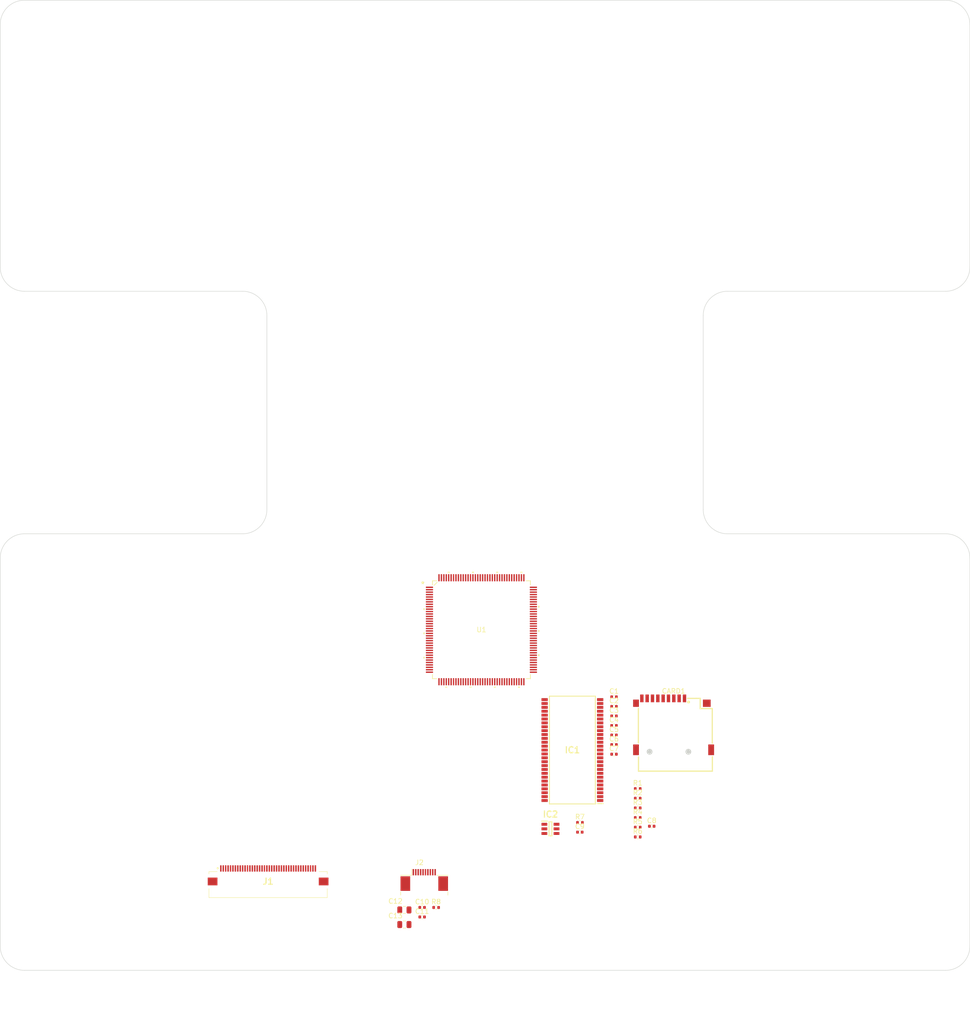
<source format=kicad_pcb>
(kicad_pcb (version 20241229) (generator "pcbnew") (generator_version "9.0")
  (layers (0 "F.Cu" signal) (2 "B.Cu" signal) (13 "F.Paste" user) (15 "B.Paste" user) (5 "F.SilkS" user "F.Silkscreen") (7 "B.SilkS" user "B.Silkscreen") (1 "F.Mask" user) (3 "B.Mask" user) (25 "Edge.Cuts" user))
  (property "BOARD_NAME" "Transmitter")
  (property "COMPANY" "TBD")
  (property "DESIGNER" "Emil Bugajski")
  (property "DOC_TYPE" "Fabrication")
  (property "PROJECT_NAME" "RC Piper")
  (property "RELEASE_DATE" "TBD")
  (property "REVIEWER" "Emil Bugajski")
  (property "REVISION" "0.1")
  (property "VARIANT" "Prototype")
  (net 0 "")
  (net 56 "GND")
  (net 57 "+3.3V")
  (net 71 "/Project Architecture/MCU - IO/FMC_D2")
  (net 72 "/Project Architecture/MCU - IO/FMC_D0")
  (net 73 "/Project Architecture/MCU - IO/FMC_SDNRAS")
  (net 74 "/Project Architecture/MCU - IO/FMC_A11")
  (net 75 "/Project Architecture/MCU - IO/FMC_D6")
  (net 76 "/Project Architecture/MCU - IO/FMC_D11")
  (net 77 "/Project Architecture/MCU - IO/FMC_A7")
  (net 78 "/Project Architecture/MCU - IO/FMC_A5")
  (net 79 "/Project Architecture/MCU - IO/FMC_SDNE0")
  (net 80 "/Project Architecture/MCU - IO/FMC_SDNWE")
  (net 81 "/Project Architecture/MCU - IO/FMC_D10")
  (net 82 "/Project Architecture/MCU - IO/FMC_A8")
  (net 83 "/Project Architecture/MCU - IO/FMC_A0")
  (net 84 "/Project Architecture/MCU - IO/FMC_D9")
  (net 85 "/Project Architecture/MCU - IO/FMC_A9")
  (net 86 "/Project Architecture/MCU - IO/FMC_D12")
  (net 87 "/Project Architecture/MCU - IO/FMC_A4")
  (net 89 "/Project Architecture/MCU - IO/FMC_D1")
  (net 90 "/Project Architecture/MCU - IO/FMC_D4")
  (net 91 "/Project Architecture/MCU - IO/FMC_D3")
  (net 92 "/Project Architecture/MCU - IO/FMC_BA1")
  (net 93 "/Project Architecture/MCU - IO/FMC_D7")
  (net 95 "/Project Architecture/MCU - IO/FMC_BA0")
  (net 96 "/Project Architecture/MCU - IO/FMC_A3")
  (net 97 "/Project Architecture/MCU - IO/FMC_NBL1")
  (net 98 "/Project Architecture/MCU - IO/FMC_SDCKE0")
  (net 99 "/Project Architecture/MCU - IO/FMC_D5")
  (net 100 "/Project Architecture/MCU - IO/FMC_D15")
  (net 101 "/Project Architecture/MCU - IO/FMC_D8")
  (net 102 "/Project Architecture/MCU - IO/FMC_A1")
  (net 103 "/Project Architecture/MCU - IO/FMC_SDNCAS")
  (net 104 "/Project Architecture/MCU - IO/FMC_A10")
  (net 105 "/Project Architecture/MCU - IO/FMC_A6")
  (net 106 "/Project Architecture/MCU - IO/FMC_A2")
  (net 107 "/Project Architecture/MCU - IO/FMC_D14")
  (net 108 "/Project Architecture/MCU - IO/FMC_D13")
  (net 109 "/Project Architecture/MCU - IO/FMC_NBL0")
  (net 110 "/Project Architecture/MCU - IO/FMC_SDCLK")
  (net 117 "/Project Architecture/LCD - Connectors/LTDC_R7")
  (net 118 "/Project Architecture/LCD - Connectors/LTDC_R6")
  (net 119 "/Project Architecture/LCD - Connectors/LTDC_G4")
  (net 120 "/Project Architecture/LCD - Connectors/LTDC_B5")
  (net 121 "/Project Architecture/LCD - Connectors/LTDC_B7")
  (net 122 "/Project Architecture/LCD - Connectors/LTDC_G6")
  (net 123 "/Project Architecture/LCD - Connectors/LTDC_R0")
  (net 124 "/Project Architecture/LCD - Connectors/LTDC_R4")
  (net 125 "/Project Architecture/LCD - Connectors/LTDC_G5")
  (net 126 "/Project Architecture/LCD - Connectors/LTDC_CLK")
  (net 127 "/Project Architecture/LCD - Connectors/LTDC_G1")
  (net 128 "/Project Architecture/LCD - Connectors/LTDC_VSYNC")
  (net 129 "/Project Architecture/LCD - Connectors/LTDC_R2")
  (net 130 "/Project Architecture/LCD - Connectors/LTDC_B0")
  (net 131 "/Project Architecture/LCD - Connectors/LTDC_G7")
  (net 132 "/Project Architecture/LCD - Connectors/LTDC_B3")
  (net 133 "/Project Architecture/LCD - Connectors/LTDC_R1")
  (net 134 "/Project Architecture/LCD - Connectors/LTDC_R3")
  (net 135 "/Project Architecture/LCD - Connectors/LTDC_B4")
  (net 136 "/Project Architecture/LCD - Connectors/LTDC_R5")
  (net 137 "/Project Architecture/LCD - Connectors/LTDC_B1")
  (net 138 "/Project Architecture/LCD - Connectors/LTDC_DE")
  (net 139 "/Project Architecture/LCD - Connectors/LTDC_G3")
  (net 140 "/Project Architecture/LCD - Connectors/LTDC_G2")
  (net 141 "/Project Architecture/LCD - Connectors/LCD_DISP")
  (net 142 "/Project Architecture/LCD - Connectors/LTDC_G0")
  (net 143 "/Project Architecture/LCD - Connectors/LTDC_B2")
  (net 144 "/Project Architecture/LCD - Connectors/LTDC_HSYNC")
  (net 145 "/Project Architecture/LCD - Connectors/LTDC_B6")
  (net 146 "Net-(U2-A0)")
  (net 147 "Net-(U2-A1)")
  (net 148 "Net-(U2-A2)")
  (net 149 "Net-(U2-WP)")
  (net 150 "/Project Architecture/Memory - EEPROM/EEPROM_SDA")
  (net 151 "/Project Architecture/LCD - Connectors/I2C3_SDA")
  (net 152 "/Project Architecture/Memory - EEPROM/EEPROM_SCL")
  (net 153 "/Project Architecture/LCD - Connectors/I2C3_SCL")
  (net 154 "/Project Architecture/MCU - IO/TIM2_CH1")
  (net 155 "/Project Architecture/MCU - IO/SDMMC2_D3")
  (net 156 "/Project Architecture/MCU - IO/USB_OTG_FS_DM")
  (net 157 "/Project Architecture/MCU - IO/SDMMC2_D1")
  (net 158 "/Project Architecture/MCU - IO/SPI5_MOSI")
  (net 159 "/Project Architecture/MCU - IO/ADC1_INP8")
  (net 160 "/Project Architecture/MCU - IO/RCC_OSC_IN")
  (net 161 "/Project Architecture/MCU - IO/ADC1_INP4")
  (net 162 "/Project Architecture/MCU - IO/ADC1_INP16")
  (net 163 "/Project Architecture/MCU - IO/SDMMC2_CK")
  (net 164 "/Project Architecture/MCU - IO/SPI5_SCK")
  (net 165 "/Project Architecture/MCU - IO/QUADSPI_CLK")
  (net 166 "/Project Architecture/MCU - IO/SDMMC2_D2")
  (net 167 "/Project Architecture/MCU - IO/QUADSPI_BK1_NCS")
  (net 168 "/Project Architecture/MCU - IO/RCC_OSC_OUT")
  (net 169 "/Project Architecture/MCU - IO/SDMMC2_D0")
  (net 170 "/Project Architecture/MCU - IO/QUADSPI_BK1_IO1")
  (net 171 "/Project Architecture/MCU - IO/DEBUG_SWCLK")
  (net 172 "/Project Architecture/MCU - IO/SPI5_MISO")
  (net 173 "/Project Architecture/MCU - IO/ADC1_INP7")
  (net 174 "/Project Architecture/MCU - IO/SDMMC2_CMD")
  (net 175 "/Project Architecture/MCU - IO/USB_OTG_FS_DP")
  (net 176 "/Project Architecture/MCU - IO/QUADSPI_BK1_IO2")
  (net 177 "/Project Architecture/MCU - IO/QUADSPI_BK1_IO0")
  (net 178 "/Project Architecture/MCU - IO/DEBUG_SWDIO")
  (net 179 "/Project Architecture/MCU - IO/TIM2_CH2")
  (net 180 "/Project Architecture/MCU - IO/QUADSPI_BK1_IO3")
  (net 181 "/Project Architecture/MCU - IO/SPI5_NSS")
  (net 182 "/Project Architecture/LCD - Backlight/LCD_BACKLIGHT_V+")
  (net 183 "/Project Architecture/LCD - Backlight/LCD_BACKLIGHT_V-")
  (net 185 "/Project Architecture/LCD - Connectors/CTP_RESET")
  (net 186 "/Project Architecture/LCD - Connectors/CTP_INTERRUPT")
  (footprint "0_integrated_circuits:LQFP-144_1_STM" (layer "F.Cu") (at 120.749999 151.2812)
    (property "Reference" "U1" (at 0 0 0) (layer "F.SilkS"))
    (property "Value" "STM32H743ZIT6TR")
    (fp_text user "*" (at -12.0904 -9.381 0) (layer "F.SilkS"))
    (fp_text user "*" (at -12.0904 -9.381 0) (layer "F.SilkS"))
    (pad "1" smd rect (at -10.7188 -8.75 90) (size 0.2794 1.4732) (layers "F.Cu" "F.Mask" "F.Paste") (net 176 "/Project Architecture/MCU - IO/QUADSPI_BK1_IO2"))
    (pad "2" smd rect (at -10.7188 -8.250001 90) (size 0.2794 1.4732) (layers "F.Cu" "F.Mask" "F.Paste"))
    (pad "3" smd rect (at -10.7188 -7.75 90) (size 0.2794 1.4732) (layers "F.Cu" "F.Mask" "F.Paste") (net 130 "/Project Architecture/LCD - Connectors/LTDC_B0"))
    (pad "4" smd rect (at -10.7188 -7.250001 90) (size 0.2794 1.4732) (layers "F.Cu" "F.Mask" "F.Paste") (net 142 "/Project Architecture/LCD - Connectors/LTDC_G0"))
    (pad "5" smd rect (at -10.7188 -6.749999 90) (size 0.2794 1.4732) (layers "F.Cu" "F.Mask" "F.Paste") (net 127 "/Project Architecture/LCD - Connectors/LTDC_G1"))
    (pad "6" smd rect (at -10.7188 -6.25 90) (size 0.2794 1.4732) (layers "F.Cu" "F.Mask" "F.Paste"))
    (pad "7" smd rect (at -10.7188 -5.750001 90) (size 0.2794 1.4732) (layers "F.Cu" "F.Mask" "F.Paste"))
    (pad "8" smd rect (at -10.7188 -5.25 90) (size 0.2794 1.4732) (layers "F.Cu" "F.Mask" "F.Paste"))
    (pad "9" smd rect (at -10.7188 -4.750001 90) (size 0.2794 1.4732) (layers "F.Cu" "F.Mask" "F.Paste"))
    (pad "10" smd rect (at -10.7188 -4.249999 90) (size 0.2794 1.4732) (layers "F.Cu" "F.Mask" "F.Paste") (net 83 "/Project Architecture/MCU - IO/FMC_A0"))
    (pad "11" smd rect (at -10.7188 -3.75 90) (size 0.2794 1.4732) (layers "F.Cu" "F.Mask" "F.Paste") (net 102 "/Project Architecture/MCU - IO/FMC_A1"))
    (pad "12" smd rect (at -10.7188 -3.250001 90) (size 0.2794 1.4732) (layers "F.Cu" "F.Mask" "F.Paste") (net 106 "/Project Architecture/MCU - IO/FMC_A2"))
    (pad "13" smd rect (at -10.7188 -2.75 90) (size 0.2794 1.4732) (layers "F.Cu" "F.Mask" "F.Paste") (net 96 "/Project Architecture/MCU - IO/FMC_A3"))
    (pad "14" smd rect (at -10.7188 -2.250001 90) (size 0.2794 1.4732) (layers "F.Cu" "F.Mask" "F.Paste") (net 87 "/Project Architecture/MCU - IO/FMC_A4"))
    (pad "15" smd rect (at -10.7188 -1.749999 90) (size 0.2794 1.4732) (layers "F.Cu" "F.Mask" "F.Paste") (net 78 "/Project Architecture/MCU - IO/FMC_A5"))
    (pad "16" smd rect (at -10.7188 -1.25 90) (size 0.2794 1.4732) (layers "F.Cu" "F.Mask" "F.Paste"))
    (pad "17" smd rect (at -10.7188 -0.750001 90) (size 0.2794 1.4732) (layers "F.Cu" "F.Mask" "F.Paste"))
    (pad "18" smd rect (at -10.7188 -0.25 90) (size 0.2794 1.4732) (layers "F.Cu" "F.Mask" "F.Paste") (net 181 "/Project Architecture/MCU - IO/SPI5_NSS"))
    (pad "19" smd rect (at -10.7188 0.25 90) (size 0.2794 1.4732) (layers "F.Cu" "F.Mask" "F.Paste") (net 164 "/Project Architecture/MCU - IO/SPI5_SCK"))
    (pad "20" smd rect (at -10.7188 0.749998 90) (size 0.2794 1.4732) (layers "F.Cu" "F.Mask" "F.Paste") (net 172 "/Project Architecture/MCU - IO/SPI5_MISO"))
    (pad "21" smd rect (at -10.7188 1.25 90) (size 0.2794 1.4732) (layers "F.Cu" "F.Mask" "F.Paste") (net 158 "/Project Architecture/MCU - IO/SPI5_MOSI"))
    (pad "22" smd rect (at -10.7188 1.749999 90) (size 0.2794 1.4732) (layers "F.Cu" "F.Mask" "F.Paste") (net 138 "/Project Architecture/LCD - Connectors/LTDC_DE"))
    (pad "23" smd rect (at -10.7188 2.250001 90) (size 0.2794 1.4732) (layers "F.Cu" "F.Mask" "F.Paste") (net 160 "/Project Architecture/MCU - IO/RCC_OSC_IN"))
    (pad "24" smd rect (at -10.7188 2.75 90) (size 0.2794 1.4732) (layers "F.Cu" "F.Mask" "F.Paste") (net 168 "/Project Architecture/MCU - IO/RCC_OSC_OUT"))
    (pad "25" smd rect (at -10.7188 3.249999 90) (size 0.2794 1.4732) (layers "F.Cu" "F.Mask" "F.Paste"))
    (pad "26" smd rect (at -10.7188 3.75 90) (size 0.2794 1.4732) (layers "F.Cu" "F.Mask" "F.Paste") (net 80 "/Project Architecture/MCU - IO/FMC_SDNWE"))
    (pad "27" smd rect (at -10.7188 4.249999 90) (size 0.2794 1.4732) (layers "F.Cu" "F.Mask" "F.Paste") (net 163 "/Project Architecture/MCU - IO/SDMMC2_CK"))
    (pad "28" smd rect (at -10.7188 4.750001 90) (size 0.2794 1.4732) (layers "F.Cu" "F.Mask" "F.Paste") (net 79 "/Project Architecture/MCU - IO/FMC_SDNE0"))
    (pad "29" smd rect (at -10.7188 5.25 90) (size 0.2794 1.4732) (layers "F.Cu" "F.Mask" "F.Paste") (net 98 "/Project Architecture/MCU - IO/FMC_SDCKE0"))
    (pad "30" smd rect (at -10.7188 5.749999 90) (size 0.2794 1.4732) (layers "F.Cu" "F.Mask" "F.Paste"))
    (pad "31" smd rect (at -10.7188 6.25 90) (size 0.2794 1.4732) (layers "F.Cu" "F.Mask" "F.Paste"))
    (pad "32" smd rect (at -10.7188 6.749999 90) (size 0.2794 1.4732) (layers "F.Cu" "F.Mask" "F.Paste"))
    (pad "33" smd rect (at -10.7188 7.250001 90) (size 0.2794 1.4732) (layers "F.Cu" "F.Mask" "F.Paste"))
    (pad "34" smd rect (at -10.7188 7.75 90) (size 0.2794 1.4732) (layers "F.Cu" "F.Mask" "F.Paste") (net 162 "/Project Architecture/MCU - IO/ADC1_INP16"))
    (pad "35" smd rect (at -10.7188 8.249999 90) (size 0.2794 1.4732) (layers "F.Cu" "F.Mask" "F.Paste") (net 179 "/Project Architecture/MCU - IO/TIM2_CH2"))
    (pad "36" smd rect (at -10.7188 8.75 90) (size 0.2794 1.4732) (layers "F.Cu" "F.Mask" "F.Paste") (net 133 "/Project Architecture/LCD - Connectors/LTDC_R1"))
    (pad "37" smd rect (at -8.75 10.7188) (size 0.2794 1.4732) (layers "F.Cu" "F.Mask" "F.Paste") (net 120 "/Project Architecture/LCD - Connectors/LTDC_B5"))
    (pad "38" smd rect (at -8.250001 10.7188) (size 0.2794 1.4732) (layers "F.Cu" "F.Mask" "F.Paste"))
    (pad "39" smd rect (at -7.75 10.7188) (size 0.2794 1.4732) (layers "F.Cu" "F.Mask" "F.Paste"))
    (pad "40" smd rect (at -7.250001 10.7188) (size 0.2794 1.4732) (layers "F.Cu" "F.Mask" "F.Paste") (net 128 "/Project Architecture/LCD - Connectors/LTDC_VSYNC"))
    (pad "41" smd rect (at -6.749999 10.7188) (size 0.2794 1.4732) (layers "F.Cu" "F.Mask" "F.Paste") (net 124 "/Project Architecture/LCD - Connectors/LTDC_R4"))
    (pad "42" smd rect (at -6.25 10.7188) (size 0.2794 1.4732) (layers "F.Cu" "F.Mask" "F.Paste") (net 140 "/Project Architecture/LCD - Connectors/LTDC_G2"))
    (pad "43" smd rect (at -5.750001 10.7188) (size 0.2794 1.4732) (layers "F.Cu" "F.Mask" "F.Paste") (net 173 "/Project Architecture/MCU - IO/ADC1_INP7"))
    (pad "44" smd rect (at -5.25 10.7188) (size 0.2794 1.4732) (layers "F.Cu" "F.Mask" "F.Paste") (net 161 "/Project Architecture/MCU - IO/ADC1_INP4"))
    (pad "45" smd rect (at -4.750001 10.7188) (size 0.2794 1.4732) (layers "F.Cu" "F.Mask" "F.Paste") (net 159 "/Project Architecture/MCU - IO/ADC1_INP8"))
    (pad "46" smd rect (at -4.249999 10.7188) (size 0.2794 1.4732) (layers "F.Cu" "F.Mask" "F.Paste") (net 134 "/Project Architecture/LCD - Connectors/LTDC_R3"))
    (pad "47" smd rect (at -3.75 10.7188) (size 0.2794 1.4732) (layers "F.Cu" "F.Mask" "F.Paste") (net 118 "/Project Architecture/LCD - Connectors/LTDC_R6"))
    (pad "48" smd rect (at -3.250001 10.7188) (size 0.2794 1.4732) (layers "F.Cu" "F.Mask" "F.Paste") (net 165 "/Project Architecture/MCU - IO/QUADSPI_CLK"))
    (pad "49" smd rect (at -2.75 10.7188) (size 0.2794 1.4732) (layers "F.Cu" "F.Mask" "F.Paste") (net 73 "/Project Architecture/MCU - IO/FMC_SDNRAS"))
    (pad "50" smd rect (at -2.250001 10.7188) (size 0.2794 1.4732) (layers "F.Cu" "F.Mask" "F.Paste") (net 105 "/Project Architecture/MCU - IO/FMC_A6"))
    (pad "51" smd rect (at -1.749999 10.7188) (size 0.2794 1.4732) (layers "F.Cu" "F.Mask" "F.Paste"))
    (pad "52" smd rect (at -1.25 10.7188) (size 0.2794 1.4732) (layers "F.Cu" "F.Mask" "F.Paste"))
    (pad "53" smd rect (at -0.750001 10.7188) (size 0.2794 1.4732) (layers "F.Cu" "F.Mask" "F.Paste") (net 77 "/Project Architecture/MCU - IO/FMC_A7"))
    (pad "54" smd rect (at -0.25 10.7188) (size 0.2794 1.4732) (layers "F.Cu" "F.Mask" "F.Paste") (net 82 "/Project Architecture/MCU - IO/FMC_A8"))
    (pad "55" smd rect (at 0.25 10.7188) (size 0.2794 1.4732) (layers "F.Cu" "F.Mask" "F.Paste") (net 85 "/Project Architecture/MCU - IO/FMC_A9"))
    (pad "56" smd rect (at 0.750001 10.7188) (size 0.2794 1.4732) (layers "F.Cu" "F.Mask" "F.Paste") (net 104 "/Project Architecture/MCU - IO/FMC_A10"))
    (pad "57" smd rect (at 1.25 10.7188) (size 0.2794 1.4732) (layers "F.Cu" "F.Mask" "F.Paste") (net 74 "/Project Architecture/MCU - IO/FMC_A11"))
    (pad "58" smd rect (at 1.749999 10.7188) (size 0.2794 1.4732) (layers "F.Cu" "F.Mask" "F.Paste") (net 90 "/Project Architecture/MCU - IO/FMC_D4"))
    (pad "59" smd rect (at 2.250001 10.7188) (size 0.2794 1.4732) (layers "F.Cu" "F.Mask" "F.Paste") (net 99 "/Project Architecture/MCU - IO/FMC_D5"))
    (pad "60" smd rect (at 2.75 10.7188) (size 0.2794 1.4732) (layers "F.Cu" "F.Mask" "F.Paste") (net 75 "/Project Architecture/MCU - IO/FMC_D6"))
    (pad "61" smd rect (at 3.250001 10.7188) (size 0.2794 1.4732) (layers "F.Cu" "F.Mask" "F.Paste"))
    (pad "62" smd rect (at 3.75 10.7188) (size 0.2794 1.4732) (layers "F.Cu" "F.Mask" "F.Paste"))
    (pad "63" smd rect (at 4.249999 10.7188) (size 0.2794 1.4732) (layers "F.Cu" "F.Mask" "F.Paste") (net 93 "/Project Architecture/MCU - IO/FMC_D7"))
    (pad "64" smd rect (at 4.750001 10.7188) (size 0.2794 1.4732) (layers "F.Cu" "F.Mask" "F.Paste") (net 101 "/Project Architecture/MCU - IO/FMC_D8"))
    (pad "65" smd rect (at 5.25 10.7188) (size 0.2794 1.4732) (layers "F.Cu" "F.Mask" "F.Paste") (net 84 "/Project Architecture/MCU - IO/FMC_D9"))
    (pad "66" smd rect (at 5.750001 10.7188) (size 0.2794 1.4732) (layers "F.Cu" "F.Mask" "F.Paste") (net 81 "/Project Architecture/MCU - IO/FMC_D10"))
    (pad "67" smd rect (at 6.25 10.7188) (size 0.2794 1.4732) (layers "F.Cu" "F.Mask" "F.Paste") (net 76 "/Project Architecture/MCU - IO/FMC_D11"))
    (pad "68" smd rect (at 6.749999 10.7188) (size 0.2794 1.4732) (layers "F.Cu" "F.Mask" "F.Paste") (net 86 "/Project Architecture/MCU - IO/FMC_D12"))
    (pad "69" smd rect (at 7.250001 10.7188) (size 0.2794 1.4732) (layers "F.Cu" "F.Mask" "F.Paste") (net 119 "/Project Architecture/LCD - Connectors/LTDC_G4"))
    (pad "70" smd rect (at 7.75 10.7188) (size 0.2794 1.4732) (layers "F.Cu" "F.Mask" "F.Paste") (net 125 "/Project Architecture/LCD - Connectors/LTDC_G5"))
    (pad "71" smd rect (at 8.250001 10.7188) (size 0.2794 1.4732) (layers "F.Cu" "F.Mask" "F.Paste"))
    (pad "72" smd rect (at 8.75 10.7188) (size 0.2794 1.4732) (layers "F.Cu" "F.Mask" "F.Paste"))
    (pad "73" smd rect (at 10.7188 8.75 90) (size 0.2794 1.4732) (layers "F.Cu" "F.Mask" "F.Paste"))
    (pad "74" smd rect (at 10.7188 8.250001 90) (size 0.2794 1.4732) (layers "F.Cu" "F.Mask" "F.Paste"))
    (pad "75" smd rect (at 10.7188 7.75 90) (size 0.2794 1.4732) (layers "F.Cu" "F.Mask" "F.Paste") (net 169 "/Project Architecture/MCU - IO/SDMMC2_D0"))
    (pad "76" smd rect (at 10.7188 7.250001 90) (size 0.2794 1.4732) (layers "F.Cu" "F.Mask" "F.Paste") (net 157 "/Project Architecture/MCU - IO/SDMMC2_D1"))
    (pad "77" smd rect (at 10.7188 6.749999 90) (size 0.2794 1.4732) (layers "F.Cu" "F.Mask" "F.Paste") (net 108 "/Project Architecture/MCU - IO/FMC_D13"))
    (pad "78" smd rect (at 10.7188 6.25 90) (size 0.2794 1.4732) (layers "F.Cu" "F.Mask" "F.Paste") (net 107 "/Project Architecture/MCU - IO/FMC_D14"))
    (pad "79" smd rect (at 10.7188 5.750001 90) (size 0.2794 1.4732) (layers "F.Cu" "F.Mask" "F.Paste") (net 100 "/Project Architecture/MCU - IO/FMC_D15"))
    (pad "80" smd rect (at 10.7188 5.25 90) (size 0.2794 1.4732) (layers "F.Cu" "F.Mask" "F.Paste") (net 177 "/Project Architecture/MCU - IO/QUADSPI_BK1_IO0"))
    (pad "81" smd rect (at 10.7188 4.750001 90) (size 0.2794 1.4732) (layers "F.Cu" "F.Mask" "F.Paste") (net 170 "/Project Architecture/MCU - IO/QUADSPI_BK1_IO1"))
    (pad "82" smd rect (at 10.7188 4.249999 90) (size 0.2794 1.4732) (layers "F.Cu" "F.Mask" "F.Paste") (net 180 "/Project Architecture/MCU - IO/QUADSPI_BK1_IO3"))
    (pad "83" smd rect (at 10.7188 3.75 90) (size 0.2794 1.4732) (layers "F.Cu" "F.Mask" "F.Paste"))
    (pad "84" smd rect (at 10.7188 3.250001 90) (size 0.2794 1.4732) (layers "F.Cu" "F.Mask" "F.Paste"))
    (pad "85" smd rect (at 10.7188 2.75 90) (size 0.2794 1.4732) (layers "F.Cu" "F.Mask" "F.Paste") (net 72 "/Project Architecture/MCU - IO/FMC_D0"))
    (pad "86" smd rect (at 10.7188 2.250001 90) (size 0.2794 1.4732) (layers "F.Cu" "F.Mask" "F.Paste") (net 89 "/Project Architecture/MCU - IO/FMC_D1"))
    (pad "87" smd rect (at 10.7188 1.749999 90) (size 0.2794 1.4732) (layers "F.Cu" "F.Mask" "F.Paste"))
    (pad "88" smd rect (at 10.7188 1.25 90) (size 0.2794 1.4732) (layers "F.Cu" "F.Mask" "F.Paste"))
    (pad "89" smd rect (at 10.7188 0.750001 90) (size 0.2794 1.4732) (layers "F.Cu" "F.Mask" "F.Paste") (net 95 "/Project Architecture/MCU - IO/FMC_BA0"))
    (pad "90" smd rect (at 10.7188 0.25 90) (size 0.2794 1.4732) (layers "F.Cu" "F.Mask" "F.Paste") (net 92 "/Project Architecture/MCU - IO/FMC_BA1"))
    (pad "91" smd rect (at 10.7188 -0.25 90) (size 0.2794 1.4732) (layers "F.Cu" "F.Mask" "F.Paste") (net 117 "/Project Architecture/LCD - Connectors/LTDC_R7"))
    (pad "92" smd rect (at 10.7188 -0.750001 90) (size 0.2794 1.4732) (layers "F.Cu" "F.Mask" "F.Paste") (net 126 "/Project Architecture/LCD - Connectors/LTDC_CLK"))
    (pad "93" smd rect (at 10.7188 -1.25 90) (size 0.2794 1.4732) (layers "F.Cu" "F.Mask" "F.Paste") (net 110 "/Project Architecture/MCU - IO/FMC_SDCLK"))
    (pad "94" smd rect (at 10.7188 -1.749999 90) (size 0.2794 1.4732) (layers "F.Cu" "F.Mask" "F.Paste"))
    (pad "95" smd rect (at 10.7188 -2.250001 90) (size 0.2794 1.4732) (layers "F.Cu" "F.Mask" "F.Paste"))
    (pad "96" smd rect (at 10.7188 -2.75 90) (size 0.2794 1.4732) (layers "F.Cu" "F.Mask" "F.Paste") (net 144 "/Project Architecture/LCD - Connectors/LTDC_HSYNC"))
    (pad "97" smd rect (at 10.7188 -3.250001 90) (size 0.2794 1.4732) (layers "F.Cu" "F.Mask" "F.Paste") (net 122 "/Project Architecture/LCD - Connectors/LTDC_G6"))
    (pad "98" smd rect (at 10.7188 -3.75 90) (size 0.2794 1.4732) (layers "F.Cu" "F.Mask" "F.Paste"))
    (pad "99" smd rect (at 10.7188 -4.249999 90) (size 0.2794 1.4732) (layers "F.Cu" "F.Mask" "F.Paste") (net 151 "/Project Architecture/LCD - Connectors/I2C3_SDA"))
    (pad "100" smd rect (at 10.7188 -4.750001 90) (size 0.2794 1.4732) (layers "F.Cu" "F.Mask" "F.Paste") (net 153 "/Project Architecture/LCD - Connectors/I2C3_SCL"))
    (pad "101" smd rect (at 10.7188 -5.25 90) (size 0.2794 1.4732) (layers "F.Cu" "F.Mask" "F.Paste") (net 136 "/Project Architecture/LCD - Connectors/LTDC_R5"))
    (pad "102" smd rect (at 10.7188 -5.750001 90) (size 0.2794 1.4732) (layers "F.Cu" "F.Mask" "F.Paste") (net 137 "/Project Architecture/LCD - Connectors/LTDC_B1"))
    (pad "103" smd rect (at 10.7188 -6.25 90) (size 0.2794 1.4732) (layers "F.Cu" "F.Mask" "F.Paste") (net 156 "/Project Architecture/MCU - IO/USB_OTG_FS_DM"))
    (pad "104" smd rect (at 10.7188 -6.749999 90) (size 0.2794 1.4732) (layers "F.Cu" "F.Mask" "F.Paste") (net 175 "/Project Architecture/MCU - IO/USB_OTG_FS_DP"))
    (pad "105" smd rect (at 10.7188 -7.250001 90) (size 0.2794 1.4732) (layers "F.Cu" "F.Mask" "F.Paste") (net 178 "/Project Architecture/MCU - IO/DEBUG_SWDIO"))
    (pad "106" smd rect (at 10.7188 -7.75 90) (size 0.2794 1.4732) (layers "F.Cu" "F.Mask" "F.Paste"))
    (pad "107" smd rect (at 10.7188 -8.250001 90) (size 0.2794 1.4732) (layers "F.Cu" "F.Mask" "F.Paste"))
    (pad "108" smd rect (at 10.7188 -8.75 90) (size 0.2794 1.4732) (layers "F.Cu" "F.Mask" "F.Paste"))
    (pad "109" smd rect (at 8.75 -10.7188) (size 0.2794 1.4732) (layers "F.Cu" "F.Mask" "F.Paste") (net 171 "/Project Architecture/MCU - IO/DEBUG_SWCLK"))
    (pad "110" smd rect (at 8.250001 -10.7188) (size 0.2794 1.4732) (layers "F.Cu" "F.Mask" "F.Paste") (net 154 "/Project Architecture/MCU - IO/TIM2_CH1"))
    (pad "111" smd rect (at 7.75 -10.7188) (size 0.2794 1.4732) (layers "F.Cu" "F.Mask" "F.Paste") (net 129 "/Project Architecture/LCD - Connectors/LTDC_R2"))
    (pad "112" smd rect (at 7.250001 -10.7188) (size 0.2794 1.4732) (layers "F.Cu" "F.Mask" "F.Paste"))
    (pad "113" smd rect (at 6.749999 -10.7188) (size 0.2794 1.4732) (layers "F.Cu" "F.Mask" "F.Paste"))
    (pad "114" smd rect (at 6.25 -10.7188) (size 0.2794 1.4732) (layers "F.Cu" "F.Mask" "F.Paste") (net 71 "/Project Architecture/MCU - IO/FMC_D2"))
    (pad "115" smd rect (at 5.750001 -10.7188) (size 0.2794 1.4732) (layers "F.Cu" "F.Mask" "F.Paste") (net 91 "/Project Architecture/MCU - IO/FMC_D3"))
    (pad "116" smd rect (at 5.25 -10.7188) (size 0.2794 1.4732) (layers "F.Cu" "F.Mask" "F.Paste"))
    (pad "117" smd rect (at 4.750001 -10.7188) (size 0.2794 1.4732) (layers "F.Cu" "F.Mask" "F.Paste") (net 131 "/Project Architecture/LCD - Connectors/LTDC_G7"))
    (pad "118" smd rect (at 4.249999 -10.7188) (size 0.2794 1.4732) (layers "F.Cu" "F.Mask" "F.Paste"))
    (pad "119" smd rect (at 3.75 -10.7188) (size 0.2794 1.4732) (layers "F.Cu" "F.Mask" "F.Paste"))
    (pad "120" smd rect (at 3.250001 -10.7188) (size 0.2794 1.4732) (layers "F.Cu" "F.Mask" "F.Paste"))
    (pad "121" smd rect (at 2.75 -10.7188) (size 0.2794 1.4732) (layers "F.Cu" "F.Mask" "F.Paste"))
    (pad "122" smd rect (at 2.250001 -10.7188) (size 0.2794 1.4732) (layers "F.Cu" "F.Mask" "F.Paste") (net 143 "/Project Architecture/LCD - Connectors/LTDC_B2"))
    (pad "123" smd rect (at 1.749999 -10.7188) (size 0.2794 1.4732) (layers "F.Cu" "F.Mask" "F.Paste") (net 174 "/Project Architecture/MCU - IO/SDMMC2_CMD"))
    (pad "124" smd rect (at 1.25 -10.7188) (size 0.2794 1.4732) (layers "F.Cu" "F.Mask" "F.Paste"))
    (pad "125" smd rect (at 0.750001 -10.7188) (size 0.2794 1.4732) (layers "F.Cu" "F.Mask" "F.Paste") (net 139 "/Project Architecture/LCD - Connectors/LTDC_G3"))
    (pad "126" smd rect (at 0.25 -10.7188) (size 0.2794 1.4732) (layers "F.Cu" "F.Mask" "F.Paste") (net 132 "/Project Architecture/LCD - Connectors/LTDC_B3"))
    (pad "127" smd rect (at -0.25 -10.7188) (size 0.2794 1.4732) (layers "F.Cu" "F.Mask" "F.Paste") (net 135 "/Project Architecture/LCD - Connectors/LTDC_B4"))
    (pad "128" smd rect (at -0.750001 -10.7188) (size 0.2794 1.4732) (layers "F.Cu" "F.Mask" "F.Paste") (net 123 "/Project Architecture/LCD - Connectors/LTDC_R0"))
    (pad "129" smd rect (at -1.25 -10.7188) (size 0.2794 1.4732) (layers "F.Cu" "F.Mask" "F.Paste"))
    (pad "130" smd rect (at -1.749999 -10.7188) (size 0.2794 1.4732) (layers "F.Cu" "F.Mask" "F.Paste"))
    (pad "131" smd rect (at -2.250001 -10.7188) (size 0.2794 1.4732) (layers "F.Cu" "F.Mask" "F.Paste"))
    (pad "132" smd rect (at -2.75 -10.7188) (size 0.2794 1.4732) (layers "F.Cu" "F.Mask" "F.Paste") (net 103 "/Project Architecture/MCU - IO/FMC_SDNCAS"))
    (pad "133" smd rect (at -3.250001 -10.7188) (size 0.2794 1.4732) (layers "F.Cu" "F.Mask" "F.Paste") (net 166 "/Project Architecture/MCU - IO/SDMMC2_D2"))
    (pad "134" smd rect (at -3.75 -10.7188) (size 0.2794 1.4732) (layers "F.Cu" "F.Mask" "F.Paste") (net 155 "/Project Architecture/MCU - IO/SDMMC2_D3"))
    (pad "135" smd rect (at -4.249999 -10.7188) (size 0.2794 1.4732) (layers "F.Cu" "F.Mask" "F.Paste"))
    (pad "136" smd rect (at -4.750001 -10.7188) (size 0.2794 1.4732) (layers "F.Cu" "F.Mask" "F.Paste") (net 167 "/Project Architecture/MCU - IO/QUADSPI_BK1_NCS"))
    (pad "137" smd rect (at -5.25 -10.7188) (size 0.2794 1.4732) (layers "F.Cu" "F.Mask" "F.Paste"))
    (pad "138" smd rect (at -5.750001 -10.7188) (size 0.2794 1.4732) (layers "F.Cu" "F.Mask" "F.Paste"))
    (pad "139" smd rect (at -6.25 -10.7188) (size 0.2794 1.4732) (layers "F.Cu" "F.Mask" "F.Paste") (net 145 "/Project Architecture/LCD - Connectors/LTDC_B6"))
    (pad "140" smd rect (at -6.749999 -10.7188) (size 0.2794 1.4732) (layers "F.Cu" "F.Mask" "F.Paste") (net 121 "/Project Architecture/LCD - Connectors/LTDC_B7"))
    (pad "141" smd rect (at -7.250001 -10.7188) (size 0.2794 1.4732) (layers "F.Cu" "F.Mask" "F.Paste") (net 109 "/Project Architecture/MCU - IO/FMC_NBL0"))
    (pad "142" smd rect (at -7.75 -10.7188) (size 0.2794 1.4732) (layers "F.Cu" "F.Mask" "F.Paste") (net 97 "/Project Architecture/MCU - IO/FMC_NBL1"))
    (pad "143" smd rect (at -8.250001 -10.7188) (size 0.2794 1.4732) (layers "F.Cu" "F.Mask" "F.Paste"))
    (pad "144" smd rect (at -8.75 -10.7188) (size 0.2794 1.4732) (layers "F.Cu" "F.Mask" "F.Paste"))
  )
  (footprint "0_resistors:R_0402_1005Metric" (layer "F.Cu") (at 152.99 190.02)
    (property "Reference" "R4" (at 0 -1.17 0) (layer "F.SilkS"))
    (property "Value" "10kΩ")
    (pad "1" smd roundrect (at -0.51 0) (size 0.54 0.64) (layers "F.Cu" "F.Mask" "F.Paste") (net 149 "Net-(U2-WP)"))
    (pad "2" smd roundrect (at 0.51 0) (size 0.54 0.64) (layers "F.Cu" "F.Mask" "F.Paste") (net 56 "GND"))
  )
  (footprint "0_capacitors:C_0805_2012Metric" (layer "F.Cu") (at 104.86 209.05)
    (property "Reference" "C12" (at -1.85 -1.8 0) (layer "F.SilkS"))
    (property "Value" "4.7uF")
    (pad "1" smd roundrect (at -0.95 0) (size 1 1.45) (layers "F.Cu" "F.Mask" "F.Paste") (net 57 "+3.3V"))
    (pad "2" smd roundrect (at 0.95 0) (size 1 1.45) (layers "F.Cu" "F.Mask" "F.Paste") (net 56 "GND"))
  )
  (footprint "0_resistors:R_0402_1005Metric" (layer "F.Cu") (at 152.99 188.03)
    (property "Reference" "R3" (at 0 -1.17 0) (layer "F.SilkS"))
    (property "Value" "10kΩ")
    (pad "1" smd roundrect (at -0.51 0) (size 0.54 0.64) (layers "F.Cu" "F.Mask" "F.Paste") (net 148 "Net-(U2-A2)"))
    (pad "2" smd roundrect (at 0.51 0) (size 0.54 0.64) (layers "F.Cu" "F.Mask" "F.Paste") (net 56 "GND"))
  )
  (footprint "0_capacitors:C_0402_1005Metric" (layer "F.Cu") (at 155.88 191.79)
    (property "Reference" "C8" (at 0 -1.16 0) (layer "F.SilkS"))
    (property "Value" "100nF")
    (pad "1" smd roundrect (at -0.48 0) (size 0.56 0.62) (layers "F.Cu" "F.Mask" "F.Paste") (net 56 "GND"))
    (pad "2" smd roundrect (at 0.48 0) (size 0.56 0.62) (layers "F.Cu" "F.Mask" "F.Paste") (net 57 "+3.3V"))
  )
  (footprint "0_capacitors:C_0402_1005Metric" (layer "F.Cu") (at 148.1 171.03)
    (property "Reference" "C4" (at 0 -1.16 0) (layer "F.SilkS"))
    (property "Value" "100nF")
    (pad "1" smd roundrect (at -0.48 0) (size 0.56 0.62) (layers "F.Cu" "F.Mask" "F.Paste") (net 57 "+3.3V"))
    (pad "2" smd roundrect (at 0.48 0) (size 0.56 0.62) (layers "F.Cu" "F.Mask" "F.Paste") (net 56 "GND"))
  )
  (footprint "0_integrated_circuits:SOP80P1176X120-54N" (layer "F.Cu") (at 139.515 176.085 180)
    (property "Reference" "IC1" (at 0 0 0) (layer "F.SilkS") (effects (font (size 1.27 1.27) (thickness 0.254))))
    (property "Value" "W9864G6KH-6" (hide yes))
    (pad "1" smd rect (at -5.728 -10.4 270) (size 0.6 1.295) (layers "F.Cu" "F.Mask" "F.Paste") (net 57 "+3.3V"))
    (pad "2" smd rect (at -5.728 -9.6 270) (size 0.6 1.295) (layers "F.Cu" "F.Mask" "F.Paste") (net 72 "/Project Architecture/MCU - IO/FMC_D0"))
    (pad "3" smd rect (at -5.728 -8.8 270) (size 0.6 1.295) (layers "F.Cu" "F.Mask" "F.Paste") (net 57 "+3.3V"))
    (pad "4" smd rect (at -5.728 -8 270) (size 0.6 1.295) (layers "F.Cu" "F.Mask" "F.Paste") (net 89 "/Project Architecture/MCU - IO/FMC_D1"))
    (pad "5" smd rect (at -5.728 -7.2 270) (size 0.6 1.295) (layers "F.Cu" "F.Mask" "F.Paste") (net 71 "/Project Architecture/MCU - IO/FMC_D2"))
    (pad "6" smd rect (at -5.728 -6.4 270) (size 0.6 1.295) (layers "F.Cu" "F.Mask" "F.Paste") (net 57 "+3.3V"))
    (pad "7" smd rect (at -5.728 -5.6 270) (size 0.6 1.295) (layers "F.Cu" "F.Mask" "F.Paste") (net 91 "/Project Architecture/MCU - IO/FMC_D3"))
    (pad "8" smd rect (at -5.728 -4.8 270) (size 0.6 1.295) (layers "F.Cu" "F.Mask" "F.Paste") (net 90 "/Project Architecture/MCU - IO/FMC_D4"))
    (pad "9" smd rect (at -5.728 -4 270) (size 0.6 1.295) (layers "F.Cu" "F.Mask" "F.Paste") (net 57 "+3.3V"))
    (pad "10" smd rect (at -5.728 -3.2 270) (size 0.6 1.295) (layers "F.Cu" "F.Mask" "F.Paste") (net 99 "/Project Architecture/MCU - IO/FMC_D5"))
    (pad "11" smd rect (at -5.728 -2.4 270) (size 0.6 1.295) (layers "F.Cu" "F.Mask" "F.Paste") (net 75 "/Project Architecture/MCU - IO/FMC_D6"))
    (pad "12" smd rect (at -5.728 -1.6 270) (size 0.6 1.295) (layers "F.Cu" "F.Mask" "F.Paste") (net 57 "+3.3V"))
    (pad "13" smd rect (at -5.728 -0.8 270) (size 0.6 1.295) (layers "F.Cu" "F.Mask" "F.Paste") (net 93 "/Project Architecture/MCU - IO/FMC_D7"))
    (pad "14" smd rect (at -5.728 0 270) (size 0.6 1.295) (layers "F.Cu" "F.Mask" "F.Paste") (net 57 "+3.3V"))
    (pad "15" smd rect (at -5.728 0.8 270) (size 0.6 1.295) (layers "F.Cu" "F.Mask" "F.Paste") (net 109 "/Project Architecture/MCU - IO/FMC_NBL0"))
    (pad "16" smd rect (at -5.728 1.6 270) (size 0.6 1.295) (layers "F.Cu" "F.Mask" "F.Paste") (net 80 "/Project Architecture/MCU - IO/FMC_SDNWE"))
    (pad "17" smd rect (at -5.728 2.4 270) (size 0.6 1.295) (layers "F.Cu" "F.Mask" "F.Paste") (net 103 "/Project Architecture/MCU - IO/FMC_SDNCAS"))
    (pad "18" smd rect (at -5.728 3.2 270) (size 0.6 1.295) (layers "F.Cu" "F.Mask" "F.Paste") (net 73 "/Project Architecture/MCU - IO/FMC_SDNRAS"))
    (pad "19" smd rect (at -5.728 4 270) (size 0.6 1.295) (layers "F.Cu" "F.Mask" "F.Paste") (net 79 "/Project Architecture/MCU - IO/FMC_SDNE0"))
    (pad "20" smd rect (at -5.728 4.8 270) (size 0.6 1.295) (layers "F.Cu" "F.Mask" "F.Paste") (net 95 "/Project Architecture/MCU - IO/FMC_BA0"))
    (pad "21" smd rect (at -5.728 5.6 270) (size 0.6 1.295) (layers "F.Cu" "F.Mask" "F.Paste") (net 92 "/Project Architecture/MCU - IO/FMC_BA1"))
    (pad "22" smd rect (at -5.728 6.4 270) (size 0.6 1.295) (layers "F.Cu" "F.Mask" "F.Paste") (net 104 "/Project Architecture/MCU - IO/FMC_A10"))
    (pad "23" smd rect (at -5.728 7.2 270) (size 0.6 1.295) (layers "F.Cu" "F.Mask" "F.Paste") (net 83 "/Project Architecture/MCU - IO/FMC_A0"))
    (pad "24" smd rect (at -5.728 8 270) (size 0.6 1.295) (layers "F.Cu" "F.Mask" "F.Paste") (net 102 "/Project Architecture/MCU - IO/FMC_A1"))
    (pad "25" smd rect (at -5.728 8.8 270) (size 0.6 1.295) (layers "F.Cu" "F.Mask" "F.Paste") (net 106 "/Project Architecture/MCU - IO/FMC_A2"))
    (pad "26" smd rect (at -5.728 9.6 270) (size 0.6 1.295) (layers "F.Cu" "F.Mask" "F.Paste") (net 96 "/Project Architecture/MCU - IO/FMC_A3"))
    (pad "27" smd rect (at -5.728 10.4 270) (size 0.6 1.295) (layers "F.Cu" "F.Mask" "F.Paste") (net 57 "+3.3V"))
    (pad "28" smd rect (at 5.728 10.4 270) (size 0.6 1.295) (layers "F.Cu" "F.Mask" "F.Paste") (net 56 "GND"))
    (pad "29" smd rect (at 5.728 9.6 270) (size 0.6 1.295) (layers "F.Cu" "F.Mask" "F.Paste") (net 87 "/Project Architecture/MCU - IO/FMC_A4"))
    (pad "30" smd rect (at 5.728 8.8 270) (size 0.6 1.295) (layers "F.Cu" "F.Mask" "F.Paste") (net 78 "/Project Architecture/MCU - IO/FMC_A5"))
    (pad "31" smd rect (at 5.728 8 270) (size 0.6 1.295) (layers "F.Cu" "F.Mask" "F.Paste") (net 105 "/Project Architecture/MCU - IO/FMC_A6"))
    (pad "32" smd rect (at 5.728 7.2 270) (size 0.6 1.295) (layers "F.Cu" "F.Mask" "F.Paste") (net 77 "/Project Architecture/MCU - IO/FMC_A7"))
    (pad "33" smd rect (at 5.728 6.4 270) (size 0.6 1.295) (layers "F.Cu" "F.Mask" "F.Paste") (net 82 "/Project Architecture/MCU - IO/FMC_A8"))
    (pad "34" smd rect (at 5.728 5.6 270) (size 0.6 1.295) (layers "F.Cu" "F.Mask" "F.Paste") (net 85 "/Project Architecture/MCU - IO/FMC_A9"))
    (pad "35" smd rect (at 5.728 4.8 270) (size 0.6 1.295) (layers "F.Cu" "F.Mask" "F.Paste") (net 74 "/Project Architecture/MCU - IO/FMC_A11"))
    (pad "36" smd rect (at 5.728 4 270) (size 0.6 1.295) (layers "F.Cu" "F.Mask" "F.Paste"))
    (pad "37" smd rect (at 5.728 3.2 270) (size 0.6 1.295) (layers "F.Cu" "F.Mask" "F.Paste") (net 98 "/Project Architecture/MCU - IO/FMC_SDCKE0"))
    (pad "38" smd rect (at 5.728 2.4 270) (size 0.6 1.295) (layers "F.Cu" "F.Mask" "F.Paste") (net 110 "/Project Architecture/MCU - IO/FMC_SDCLK"))
    (pad "39" smd rect (at 5.728 1.6 270) (size 0.6 1.295) (layers "F.Cu" "F.Mask" "F.Paste") (net 97 "/Project Architecture/MCU - IO/FMC_NBL1"))
    (pad "40" smd rect (at 5.728 0.8 270) (size 0.6 1.295) (layers "F.Cu" "F.Mask" "F.Paste"))
    (pad "41" smd rect (at 5.728 0 270) (size 0.6 1.295) (layers "F.Cu" "F.Mask" "F.Paste") (net 56 "GND"))
    (pad "42" smd rect (at 5.728 -0.8 270) (size 0.6 1.295) (layers "F.Cu" "F.Mask" "F.Paste") (net 101 "/Project Architecture/MCU - IO/FMC_D8"))
    (pad "43" smd rect (at 5.728 -1.6 270) (size 0.6 1.295) (layers "F.Cu" "F.Mask" "F.Paste") (net 57 "+3.3V"))
    (pad "44" smd rect (at 5.728 -2.4 270) (size 0.6 1.295) (layers "F.Cu" "F.Mask" "F.Paste") (net 84 "/Project Architecture/MCU - IO/FMC_D9"))
    (pad "45" smd rect (at 5.728 -3.2 270) (size 0.6 1.295) (layers "F.Cu" "F.Mask" "F.Paste") (net 81 "/Project Architecture/MCU - IO/FMC_D10"))
    (pad "46" smd rect (at 5.728 -4 270) (size 0.6 1.295) (layers "F.Cu" "F.Mask" "F.Paste") (net 56 "GND"))
    (pad "47" smd rect (at 5.728 -4.8 270) (size 0.6 1.295) (layers "F.Cu" "F.Mask" "F.Paste") (net 76 "/Project Architecture/MCU - IO/FMC_D11"))
    (pad "48" smd rect (at 5.728 -5.6 270) (size 0.6 1.295) (layers "F.Cu" "F.Mask" "F.Paste") (net 86 "/Project Architecture/MCU - IO/FMC_D12"))
    (pad "49" smd rect (at 5.728 -6.4 270) (size 0.6 1.295) (layers "F.Cu" "F.Mask" "F.Paste") (net 57 "+3.3V"))
    (pad "50" smd rect (at 5.728 -7.2 270) (size 0.6 1.295) (layers "F.Cu" "F.Mask" "F.Paste") (net 108 "/Project Architecture/MCU - IO/FMC_D13"))
    (pad "51" smd rect (at 5.728 -8 270) (size 0.6 1.295) (layers "F.Cu" "F.Mask" "F.Paste") (net 107 "/Project Architecture/MCU - IO/FMC_D14"))
    (pad "52" smd rect (at 5.728 -8.8 270) (size 0.6 1.295) (layers "F.Cu" "F.Mask" "F.Paste") (net 56 "GND"))
    (pad "53" smd rect (at 5.728 -9.6 270) (size 0.6 1.295) (layers "F.Cu" "F.Mask" "F.Paste") (net 100 "/Project Architecture/MCU - IO/FMC_D15"))
    (pad "54" smd rect (at 5.728 -10.4 270) (size 0.6 1.295) (layers "F.Cu" "F.Mask" "F.Paste") (net 56 "GND"))
  )
  (footprint "0_capacitors:C_0402_1005Metric" (layer "F.Cu") (at 148.1 169.06)
    (property "Reference" "C3" (at 0 -1.16 0) (layer "F.SilkS"))
    (property "Value" "100nF")
    (pad "1" smd roundrect (at -0.48 0) (size 0.56 0.62) (layers "F.Cu" "F.Mask" "F.Paste") (net 57 "+3.3V"))
    (pad "2" smd roundrect (at 0.48 0) (size 0.56 0.62) (layers "F.Cu" "F.Mask" "F.Paste") (net 56 "GND"))
  )
  (footprint "0_capacitors:C_0402_1005Metric" (layer "F.Cu") (at 108.52 210.5)
    (property "Reference" "C11" (at 0 -1.16 0) (layer "F.SilkS"))
    (property "Value" "100nF")
    (pad "1" smd roundrect (at -0.48 0) (size 0.56 0.62) (layers "F.Cu" "F.Mask" "F.Paste") (net 141 "/Project Architecture/LCD - Connectors/LCD_DISP"))
    (pad "2" smd roundrect (at 0.48 0) (size 0.56 0.62) (layers "F.Cu" "F.Mask" "F.Paste") (net 56 "GND"))
  )
  (footprint "0_integrated_circuits:SOT95P280X145-6N" (layer "F.Cu") (at 134.99 192.335)
    (property "Reference" "IC2" (at 0 -3 0) (layer "F.SilkS") (effects (font (size 1.27 1.27) (thickness 0.254))))
    (property "Value" "TPS61165DBVR" (hide yes))
    (pad "1" smd rect (at -1.25 -0.95 90) (size 0.6 1.2) (layers "F.Cu" "F.Mask" "F.Paste"))
    (pad "2" smd rect (at -1.25 0 90) (size 0.6 1.2) (layers "F.Cu" "F.Mask" "F.Paste"))
    (pad "3" smd rect (at -1.25 0.95 90) (size 0.6 1.2) (layers "F.Cu" "F.Mask" "F.Paste"))
    (pad "4" smd rect (at 1.25 0.95 90) (size 0.6 1.2) (layers "F.Cu" "F.Mask" "F.Paste"))
    (pad "5" smd rect (at 1.25 0 90) (size 0.6 1.2) (layers "F.Cu" "F.Mask" "F.Paste"))
    (pad "6" smd rect (at 1.25 -0.95 90) (size 0.6 1.2) (layers "F.Cu" "F.Mask" "F.Paste"))
  )
  (footprint "0_capacitors:C_0402_1005Metric" (layer "F.Cu") (at 148.1 167.09)
    (property "Reference" "C2" (at 0 -1.16 0) (layer "F.SilkS"))
    (property "Value" "100nF")
    (pad "1" smd roundrect (at -0.48 0) (size 0.56 0.62) (layers "F.Cu" "F.Mask" "F.Paste") (net 57 "+3.3V"))
    (pad "2" smd roundrect (at 0.48 0) (size 0.56 0.62) (layers "F.Cu" "F.Mask" "F.Paste") (net 56 "GND"))
  )
  (footprint "0_resistors:R_0402_1005Metric" (layer "F.Cu") (at 152.99 192.01)
    (property "Reference" "R5" (at 0 -1.17 0) (layer "F.SilkS"))
    (property "Value" "0Ω")
    (pad "1" smd roundrect (at -0.51 0) (size 0.54 0.64) (layers "F.Cu" "F.Mask" "F.Paste") (net 150 "/Project Architecture/Memory - EEPROM/EEPROM_SDA"))
    (pad "2" smd roundrect (at 0.51 0) (size 0.54 0.64) (layers "F.Cu" "F.Mask" "F.Paste") (net 151 "/Project Architecture/LCD - Connectors/I2C3_SDA"))
  )
  (footprint "0_resistors:R_0402_1005Metric" (layer "F.Cu") (at 111.41 208.54)
    (property "Reference" "R8" (at 0 -1.17 0) (layer "F.SilkS"))
    (property "Value" "10kΩ")
    (pad "1" smd roundrect (at -0.51 0) (size 0.54 0.64) (layers "F.Cu" "F.Mask" "F.Paste") (net 186 "/Project Architecture/LCD - Connectors/CTP_INTERRUPT"))
    (pad "2" smd roundrect (at 0.51 0) (size 0.54 0.64) (layers "F.Cu" "F.Mask" "F.Paste") (net 57 "+3.3V"))
  )
  (footprint "0_capacitors:C_0402_1005Metric" (layer "F.Cu") (at 148.1 176.94)
    (property "Reference" "C7" (at 0 -1.16 0) (layer "F.SilkS"))
    (property "Value" "100nF")
    (pad "1" smd roundrect (at -0.48 0) (size 0.56 0.62) (layers "F.Cu" "F.Mask" "F.Paste") (net 57 "+3.3V"))
    (pad "2" smd roundrect (at 0.48 0) (size 0.56 0.62) (layers "F.Cu" "F.Mask" "F.Paste") (net 56 "GND"))
  )
  (footprint "0_capacitors:C_0805_2012Metric" (layer "F.Cu") (at 104.86 212.06)
    (property "Reference" "C13" (at -1.85 -1.8 0) (layer "F.SilkS"))
    (property "Value" "4.7uF")
    (pad "1" smd roundrect (at -0.95 0) (size 1 1.45) (layers "F.Cu" "F.Mask" "F.Paste") (net 57 "+3.3V"))
    (pad "2" smd roundrect (at 0.95 0) (size 1 1.45) (layers "F.Cu" "F.Mask" "F.Paste") (net 56 "GND"))
  )
  (footprint "0_resistors:R_0402_1005Metric" (layer "F.Cu") (at 152.99 194)
    (property "Reference" "R6" (at 0 -1.17 0) (layer "F.SilkS"))
    (property "Value" "0Ω")
    (pad "1" smd roundrect (at -0.51 0) (size 0.54 0.64) (layers "F.Cu" "F.Mask" "F.Paste") (net 152 "/Project Architecture/Memory - EEPROM/EEPROM_SCL"))
    (pad "2" smd roundrect (at 0.51 0) (size 0.54 0.64) (layers "F.Cu" "F.Mask" "F.Paste") (net 153 "/Project Architecture/LCD - Connectors/I2C3_SCL"))
  )
  (footprint "0_capacitors:C_0402_1005Metric" (layer "F.Cu") (at 148.1 173)
    (property "Reference" "C5" (at 0 -1.16 0) (layer "F.SilkS"))
    (property "Value" "100nF")
    (pad "1" smd roundrect (at -0.48 0) (size 0.56 0.62) (layers "F.Cu" "F.Mask" "F.Paste") (net 57 "+3.3V"))
    (pad "2" smd roundrect (at 0.48 0) (size 0.56 0.62) (layers "F.Cu" "F.Mask" "F.Paste") (net 56 "GND"))
  )
  (footprint "0_resistors:R_0402_1005Metric" (layer "F.Cu") (at 141.07 191.03)
    (property "Reference" "R7" (at 0 -1.17 0) (layer "F.SilkS"))
    (property "Value" "10kΩ")
    (pad "1" smd roundrect (at -0.51 0) (size 0.54 0.64) (layers "F.Cu" "F.Mask" "F.Paste") (net 141 "/Project Architecture/LCD - Connectors/LCD_DISP"))
    (pad "2" smd roundrect (at 0.51 0) (size 0.54 0.64) (layers "F.Cu" "F.Mask" "F.Paste") (net 57 "+3.3V"))
  )
  (footprint "0_resistors:R_0402_1005Metric" (layer "F.Cu") (at 152.99 186.04)
    (property "Reference" "R2" (at 0 -1.17 0) (layer "F.SilkS"))
    (property "Value" "10kΩ")
    (pad "1" smd roundrect (at -0.51 0) (size 0.54 0.64) (layers "F.Cu" "F.Mask" "F.Paste") (net 147 "Net-(U2-A1)"))
    (pad "2" smd roundrect (at 0.51 0) (size 0.54 0.64) (layers "F.Cu" "F.Mask" "F.Paste") (net 56 "GND"))
  )
  (footprint "0_connectors:AFC01S40FCA00" (layer "F.Cu") (at 76.75 203.175)
    (property "Reference" "J1" (at 0 0 0) (layer "F.SilkS") (effects (font (size 1.27 1.27) (thickness 0.254))))
    (property "Value" "AFC01-S40FCA-00" (hide yes))
    (pad "1" smd rect (at -9.75 -2.675) (size 0.3 1.3) (layers "F.Cu" "F.Mask" "F.Paste") (net 183 "/Project Architecture/LCD - Backlight/LCD_BACKLIGHT_V-"))
    (pad "2" smd rect (at -9.25 -2.675) (size 0.3 1.3) (layers "F.Cu" "F.Mask" "F.Paste") (net 182 "/Project Architecture/LCD - Backlight/LCD_BACKLIGHT_V+"))
    (pad "3" smd rect (at -8.75 -2.675) (size 0.3 1.3) (layers "F.Cu" "F.Mask" "F.Paste") (net 56 "GND"))
    (pad "4" smd rect (at -8.25 -2.675) (size 0.3 1.3) (layers "F.Cu" "F.Mask" "F.Paste") (net 57 "+3.3V"))
    (pad "5" smd rect (at -7.75 -2.675) (size 0.3 1.3) (layers "F.Cu" "F.Mask" "F.Paste") (net 123 "/Project Architecture/LCD - Connectors/LTDC_R0"))
    (pad "6" smd rect (at -7.25 -2.675) (size 0.3 1.3) (layers "F.Cu" "F.Mask" "F.Paste") (net 133 "/Project Architecture/LCD - Connectors/LTDC_R1"))
    (pad "7" smd rect (at -6.75 -2.675) (size 0.3 1.3) (layers "F.Cu" "F.Mask" "F.Paste") (net 129 "/Project Architecture/LCD - Connectors/LTDC_R2"))
    (pad "8" smd rect (at -6.25 -2.675) (size 0.3 1.3) (layers "F.Cu" "F.Mask" "F.Paste") (net 134 "/Project Architecture/LCD - Connectors/LTDC_R3"))
    (pad "9" smd rect (at -5.75 -2.675) (size 0.3 1.3) (layers "F.Cu" "F.Mask" "F.Paste") (net 124 "/Project Architecture/LCD - Connectors/LTDC_R4"))
    (pad "10" smd rect (at -5.25 -2.675) (size 0.3 1.3) (layers "F.Cu" "F.Mask" "F.Paste") (net 136 "/Project Architecture/LCD - Connectors/LTDC_R5"))
    (pad "11" smd rect (at -4.75 -2.675) (size 0.3 1.3) (layers "F.Cu" "F.Mask" "F.Paste") (net 118 "/Project Architecture/LCD - Connectors/LTDC_R6"))
    (pad "12" smd rect (at -4.25 -2.675) (size 0.3 1.3) (layers "F.Cu" "F.Mask" "F.Paste") (net 117 "/Project Architecture/LCD - Connectors/LTDC_R7"))
    (pad "13" smd rect (at -3.75 -2.675) (size 0.3 1.3) (layers "F.Cu" "F.Mask" "F.Paste") (net 142 "/Project Architecture/LCD - Connectors/LTDC_G0"))
    (pad "14" smd rect (at -3.25 -2.675) (size 0.3 1.3) (layers "F.Cu" "F.Mask" "F.Paste") (net 127 "/Project Architecture/LCD - Connectors/LTDC_G1"))
    (pad "15" smd rect (at -2.75 -2.675) (size 0.3 1.3) (layers "F.Cu" "F.Mask" "F.Paste") (net 140 "/Project Architecture/LCD - Connectors/LTDC_G2"))
    (pad "16" smd rect (at -2.25 -2.675) (size 0.3 1.3) (layers "F.Cu" "F.Mask" "F.Paste") (net 139 "/Project Architecture/LCD - Connectors/LTDC_G3"))
    (pad "17" smd rect (at -1.75 -2.675) (size 0.3 1.3) (layers "F.Cu" "F.Mask" "F.Paste") (net 119 "/Project Architecture/LCD - Connectors/LTDC_G4"))
    (pad "18" smd rect (at -1.25 -2.675) (size 0.3 1.3) (layers "F.Cu" "F.Mask" "F.Paste") (net 125 "/Project Architecture/LCD - Connectors/LTDC_G5"))
    (pad "19" smd rect (at -0.75 -2.675) (size 0.3 1.3) (layers "F.Cu" "F.Mask" "F.Paste") (net 122 "/Project Architecture/LCD - Connectors/LTDC_G6"))
    (pad "20" smd rect (at -0.25 -2.675) (size 0.3 1.3) (layers "F.Cu" "F.Mask" "F.Paste") (net 131 "/Project Architecture/LCD - Connectors/LTDC_G7"))
    (pad "21" smd rect (at 0.25 -2.675) (size 0.3 1.3) (layers "F.Cu" "F.Mask" "F.Paste") (net 130 "/Project Architecture/LCD - Connectors/LTDC_B0"))
    (pad "22" smd rect (at 0.75 -2.675) (size 0.3 1.3) (layers "F.Cu" "F.Mask" "F.Paste") (net 137 "/Project Architecture/LCD - Connectors/LTDC_B1"))
    (pad "23" smd rect (at 1.25 -2.675) (size 0.3 1.3) (layers "F.Cu" "F.Mask" "F.Paste") (net 143 "/Project Architecture/LCD - Connectors/LTDC_B2"))
    (pad "24" smd rect (at 1.75 -2.675) (size 0.3 1.3) (layers "F.Cu" "F.Mask" "F.Paste") (net 132 "/Project Architecture/LCD - Connectors/LTDC_B3"))
    (pad "25" smd rect (at 2.25 -2.675) (size 0.3 1.3) (layers "F.Cu" "F.Mask" "F.Paste") (net 135 "/Project Architecture/LCD - Connectors/LTDC_B4"))
    (pad "26" smd rect (at 2.75 -2.675) (size 0.3 1.3) (layers "F.Cu" "F.Mask" "F.Paste") (net 120 "/Project Architecture/LCD - Connectors/LTDC_B5"))
    (pad "27" smd rect (at 3.25 -2.675) (size 0.3 1.3) (layers "F.Cu" "F.Mask" "F.Paste") (net 145 "/Project Architecture/LCD - Connectors/LTDC_B6"))
    (pad "28" smd rect (at 3.75 -2.675) (size 0.3 1.3) (layers "F.Cu" "F.Mask" "F.Paste") (net 121 "/Project Architecture/LCD - Connectors/LTDC_B7"))
    (pad "29" smd rect (at 4.25 -2.675) (size 0.3 1.3) (layers "F.Cu" "F.Mask" "F.Paste") (net 56 "GND"))
    (pad "30" smd rect (at 4.75 -2.675) (size 0.3 1.3) (layers "F.Cu" "F.Mask" "F.Paste") (net 126 "/Project Architecture/LCD - Connectors/LTDC_CLK"))
    (pad "31" smd rect (at 5.25 -2.675) (size 0.3 1.3) (layers "F.Cu" "F.Mask" "F.Paste") (net 141 "/Project Architecture/LCD - Connectors/LCD_DISP"))
    (pad "32" smd rect (at 5.75 -2.675) (size 0.3 1.3) (layers "F.Cu" "F.Mask" "F.Paste") (net 144 "/Project Architecture/LCD - Connectors/LTDC_HSYNC"))
    (pad "33" smd rect (at 6.25 -2.675) (size 0.3 1.3) (layers "F.Cu" "F.Mask" "F.Paste") (net 128 "/Project Architecture/LCD - Connectors/LTDC_VSYNC"))
    (pad "34" smd rect (at 6.75 -2.675) (size 0.3 1.3) (layers "F.Cu" "F.Mask" "F.Paste") (net 138 "/Project Architecture/LCD - Connectors/LTDC_DE"))
    (pad "35" smd rect (at 7.25 -2.675) (size 0.3 1.3) (layers "F.Cu" "F.Mask" "F.Paste"))
    (pad "36" smd rect (at 7.75 -2.675) (size 0.3 1.3) (layers "F.Cu" "F.Mask" "F.Paste") (net 56 "GND"))
    (pad "37" smd rect (at 8.25 -2.675) (size 0.3 1.3) (layers "F.Cu" "F.Mask" "F.Paste"))
    (pad "38" smd rect (at 8.75 -2.675) (size 0.3 1.3) (layers "F.Cu" "F.Mask" "F.Paste"))
    (pad "39" smd rect (at 9.25 -2.675) (size 0.3 1.3) (layers "F.Cu" "F.Mask" "F.Paste"))
    (pad "40" smd rect (at 9.75 -2.675) (size 0.3 1.3) (layers "F.Cu" "F.Mask" "F.Paste"))
    (pad "MP1" smd rect (at -11.45 0.005 90) (size 1.6 2) (layers "F.Cu" "F.Mask" "F.Paste"))
    (pad "MP2" smd rect (at 11.45 0.005 90) (size 1.6 2) (layers "F.Cu" "F.Mask" "F.Paste"))
  )
  (footprint "0_connectors:AFC07S10ECC00" (layer "F.Cu") (at 107.96 202.87)
    (property "Reference" "J2" (at 0 -3.6 0) (layer "F.SilkS"))
    (property "Value" "AFC07-S10ECC-00")
    (pad "1" smd rect (at -1.25 -1.6) (size 0.3 1.3) (layers "F.Cu" "F.Mask" "F.Paste"))
    (pad "2" smd rect (at -0.75 -1.6) (size 0.3 1.3) (layers "F.Cu" "F.Mask" "F.Paste"))
    (pad "3" smd rect (at -0.25 -1.6) (size 0.3 1.3) (layers "F.Cu" "F.Mask" "F.Paste") (net 185 "/Project Architecture/LCD - Connectors/CTP_RESET"))
    (pad "4" smd rect (at 0.25 -1.6) (size 0.3 1.3) (layers "F.Cu" "F.Mask" "F.Paste") (net 56 "GND"))
    (pad "5" smd rect (at 0.75 -1.6) (size 0.3 1.3) (layers "F.Cu" "F.Mask" "F.Paste") (net 186 "/Project Architecture/LCD - Connectors/CTP_INTERRUPT"))
    (pad "6" smd rect (at 1.25 -1.6) (size 0.3 1.3) (layers "F.Cu" "F.Mask" "F.Paste") (net 151 "/Project Architecture/LCD - Connectors/I2C3_SDA"))
    (pad "7" smd rect (at 1.75 -1.6) (size 0.3 1.3) (layers "F.Cu" "F.Mask" "F.Paste") (net 153 "/Project Architecture/LCD - Connectors/I2C3_SCL"))
    (pad "8" smd rect (at 2.25 -1.6) (size 0.3 1.3) (layers "F.Cu" "F.Mask" "F.Paste") (net 56 "GND"))
    (pad "9" smd rect (at 2.75 -1.6) (size 0.3 1.3) (layers "F.Cu" "F.Mask" "F.Paste") (net 56 "GND"))
    (pad "10" smd rect (at 3.25 -1.6) (size 0.3 1.3) (layers "F.Cu" "F.Mask" "F.Paste") (net 57 "+3.3V"))
    (pad "MP" smd rect (at -2.9 0.75) (size 2 3) (layers "F.Cu" "F.Mask" "F.Paste"))
    (pad "MP" smd rect (at 4.9 0.75) (size 2 3) (layers "F.Cu" "F.Mask" "F.Paste"))
  )
  (footprint "0_capacitors:C_0402_1005Metric" (layer "F.Cu") (at 148.1 165.12)
    (property "Reference" "C1" (at 0 -1.16 0) (layer "F.SilkS"))
    (property "Value" "100nF")
    (pad "1" smd roundrect (at -0.48 0) (size 0.56 0.62) (layers "F.Cu" "F.Mask" "F.Paste") (net 57 "+3.3V"))
    (pad "2" smd roundrect (at 0.48 0) (size 0.56 0.62) (layers "F.Cu" "F.Mask" "F.Paste") (net 56 "GND"))
  )
  (footprint "0_capacitors:C_0402_1005Metric" (layer "F.Cu") (at 141.05 193.01)
    (property "Reference" "C9" (at 0 -1.16 0) (layer "F.SilkS"))
    (property "Value" "100nF")
    (pad "1" smd roundrect (at -0.48 0) (size 0.56 0.62) (layers "F.Cu" "F.Mask" "F.Paste") (net 57 "+3.3V"))
    (pad "2" smd roundrect (at 0.48 0) (size 0.56 0.62) (layers "F.Cu" "F.Mask" "F.Paste") (net 56 "GND"))
  )
  (footprint "0_capacitors:C_0402_1005Metric" (layer "F.Cu") (at 108.52 208.53)
    (property "Reference" "C10" (at 0 -1.16 0) (layer "F.SilkS"))
    (property "Value" "100nF")
    (pad "1" smd roundrect (at -0.48 0) (size 0.56 0.62) (layers "F.Cu" "F.Mask" "F.Paste") (net 57 "+3.3V"))
    (pad "2" smd roundrect (at 0.48 0) (size 0.56 0.62) (layers "F.Cu" "F.Mask" "F.Paste") (net 56 "GND"))
  )
  (footprint "0_resistors:R_0402_1005Metric" (layer "F.Cu") (at 152.99 184.05)
    (property "Reference" "R1" (at 0 -1.17 0) (layer "F.SilkS"))
    (property "Value" "10kΩ")
    (pad "1" smd roundrect (at -0.51 0) (size 0.54 0.64) (layers "F.Cu" "F.Mask" "F.Paste") (net 146 "Net-(U2-A0)"))
    (pad "2" smd roundrect (at 0.51 0) (size 0.54 0.64) (layers "F.Cu" "F.Mask" "F.Paste") (net 56 "GND"))
  )
  (footprint "0_connectors:TF-SMD_TF-PUSH" (layer "F.Cu") (at 160.385 170.735)
    (property "Reference" "CARD1" (at 0 -6.8 0) (layer "F.SilkS"))
    (property "Value" "~")
    (fp_poly (pts (xy -4.355133 5.621684) (xy -4.395672 5.47039) (xy -4.473988 5.334743) (xy -4.584743 5.223988) (xy -4.72039 5.145672) (xy -4.871684 5.105133) (xy -5.028316 5.105133) (xy -5.17961 5.145672) (xy -5.315257 5.223988) (xy -5.426012 5.334743) (xy -5.504328 5.47039) (xy -5.544867 5.621684) (xy -5.544867 5.778316) (xy -5.504328 5.92961) (xy -5.426012 6.065257) (xy -5.315257 6.176012) (xy -5.17961 6.254328) (xy -5.028316 6.294867) (xy -4.871684 6.294867) (xy -4.72039 6.254328) (xy -4.584743 6.176012) (xy -4.473988 6.065257) (xy -4.395672 5.92961) (xy -4.355133 5.778316)) (fill yes) (layer "Edge.Cuts"))
    (fp_poly (pts (xy 3.644867 5.621684) (xy 3.604328 5.47039) (xy 3.526012 5.334743) (xy 3.415257 5.223988) (xy 3.27961 5.145672) (xy 3.128316 5.105133) (xy 2.971684 5.105133) (xy 2.82039 5.145672) (xy 2.684743 5.223988) (xy 2.573988 5.334743) (xy 2.495672 5.47039) (xy 2.455133 5.621684) (xy 2.455133 5.778316) (xy 2.495672 5.92961) (xy 2.573988 6.065257) (xy 2.684743 6.176012) (xy 2.82039 6.254328) (xy 2.971684 6.294867) (xy 3.128316 6.294867) (xy 3.27961 6.254328) (xy 3.415257 6.176012) (xy 3.526012 6.065257) (xy 3.604328 5.92961) (xy 3.644867 5.778316)) (fill yes) (layer "Edge.Cuts"))
    (pad "1" smd rect (at 2.25 -5.3) (size 0.7 1.6) (layers "F.Cu" "F.Mask" "F.Paste"))
    (pad "2" smd rect (at 1.15 -5.3) (size 0.7 1.6) (layers "F.Cu" "F.Mask" "F.Paste"))
    (pad "3" smd rect (at 0.05 -5.3) (size 0.7 1.6) (layers "F.Cu" "F.Mask" "F.Paste"))
    (pad "4" smd rect (at -1.05 -5.3) (size 0.7 1.6) (layers "F.Cu" "F.Mask" "F.Paste"))
    (pad "5" smd rect (at -2.15 -5.3) (size 0.7 1.6) (layers "F.Cu" "F.Mask" "F.Paste"))
    (pad "6" smd rect (at -3.25 -5.3) (size 0.7 1.6) (layers "F.Cu" "F.Mask" "F.Paste"))
    (pad "7" smd rect (at -4.35 -5.3) (size 0.7 1.6) (layers "F.Cu" "F.Mask" "F.Paste"))
    (pad "8" smd rect (at -5.45 -5.3) (size 0.7 1.6) (layers "F.Cu" "F.Mask" "F.Paste"))
    (pad "10" smd rect (at -7.75 -4.3) (size 1.2 1.5) (layers "F.Cu" "F.Mask" "F.Paste"))
    (pad "11" smd rect (at -7.75 5.3) (size 1.2 2.2) (layers "F.Cu" "F.Mask" "F.Paste"))
    (pad "12" smd rect (at 7.75 5.3) (size 1.2 2.2) (layers "F.Cu" "F.Mask" "F.Paste"))
    (pad "13" smd rect (at 6.85 -4.3) (size 1.6 1.5) (layers "F.Cu" "F.Mask" "F.Paste"))
    (pad "CD" smd rect (at -6.55 -5.3) (size 0.7 1.6) (layers "F.Cu" "F.Mask" "F.Paste"))
  )
  (footprint "0_capacitors:C_0402_1005Metric" (layer "F.Cu") (at 148.1 174.97)
    (property "Reference" "C6" (at 0 -1.16 0) (layer "F.SilkS"))
    (property "Value" "100nF")
    (pad "1" smd roundrect (at -0.48 0) (size 0.56 0.62) (layers "F.Cu" "F.Mask" "F.Paste") (net 57 "+3.3V"))
    (pad "2" smd roundrect (at 0.48 0) (size 0.56 0.62) (layers "F.Cu" "F.Mask" "F.Paste") (net 56 "GND"))
  )
  (gr_arc (start 21.5 26.5) (mid 22.964466 22.964466) (end 26.5 21.5) (stroke (width 0.1)) (layer "Edge.Cuts"))
  (gr_arc (start 166.5 86.5) (mid 167.964466 82.964466) (end 171.5 81.5) (stroke (width 0.1)) (layer "Edge.Cuts"))
  (gr_arc (start 71.5 81.5) (mid 75.035534 82.964466) (end 76.5 86.5) (stroke (width 0.1)) (layer "Edge.Cuts"))
  (gr_line (start 216.5 81.5) (end 171.5 81.5) (stroke (width 0.1)) (layer "Edge.Cuts"))
  (gr_line (start 76.5 126.5) (end 76.5 86.5) (stroke (width 0.1)) (layer "Edge.Cuts"))
  (gr_arc (start 221.5 76.5) (mid 220.035534 80.035534) (end 216.5 81.5) (stroke (width 0.1)) (layer "Edge.Cuts"))
  (gr_line (start 221.5 136.5) (end 221.5 216.5) (stroke (width 0.1)) (layer "Edge.Cuts"))
  (gr_arc (start 76.5 126.5) (mid 75.035534 130.035534) (end 71.5 131.5) (stroke (width 0.1)) (layer "Edge.Cuts"))
  (gr_line (start 26.5 131.5) (end 71.5 131.5) (stroke (width 0.1)) (layer "Edge.Cuts"))
  (gr_arc (start 216.5 21.5) (mid 220.035534 22.964466) (end 221.5 26.5) (stroke (width 0.1)) (layer "Edge.Cuts"))
  (gr_arc (start 171.5 131.5) (mid 167.964466 130.035534) (end 166.5 126.5) (stroke (width 0.1)) (layer "Edge.Cuts"))
  (gr_line (start 26.5 221.5) (end 216.5 221.5) (stroke (width 0.1)) (layer "Edge.Cuts"))
  (gr_arc (start 221.5 216.5) (mid 220.035534 220.035534) (end 216.5 221.5) (stroke (width 0.1)) (layer "Edge.Cuts"))
  (gr_line (start 221.5 76.5) (end 221.5 26.5) (stroke (width 0.1)) (layer "Edge.Cuts"))
  (gr_line (start 216.5 21.5) (end 26.5 21.5) (stroke (width 0.1)) (layer "Edge.Cuts"))
  (gr_line (start 71.5 81.5) (end 26.5 81.5) (stroke (width 0.1)) (layer "Edge.Cuts"))
  (gr_line (start 21.5 26.5) (end 21.5 76.5) (stroke (width 0.1)) (layer "Edge.Cuts"))
  (gr_line (start 21.5 216.5) (end 21.5 136.5) (stroke (width 0.1)) (layer "Edge.Cuts"))
  (gr_arc (start 21.5 136.5) (mid 22.964466 132.964466) (end 26.5 131.5) (stroke (width 0.1)) (layer "Edge.Cuts"))
  (gr_line (start 171.5 131.5) (end 216.5 131.5) (stroke (width 0.1)) (layer "Edge.Cuts"))
  (gr_arc (start 216.5 131.5) (mid 220.035534 132.964466) (end 221.5 136.5) (stroke (width 0.1)) (layer "Edge.Cuts"))
  (gr_arc (start 26.5 221.5) (mid 22.964466 220.035534) (end 21.5 216.5) (stroke (width 0.1)) (layer "Edge.Cuts"))
  (gr_arc (start 26.5 81.5) (mid 22.964466 80.035534) (end 21.5 76.5) (stroke (width 0.1)) (layer "Edge.Cuts"))
  (gr_line (start 166.5 86.5) (end 166.5 126.5) (stroke (width 0.1)) (layer "Edge.Cuts"))
)
</source>
